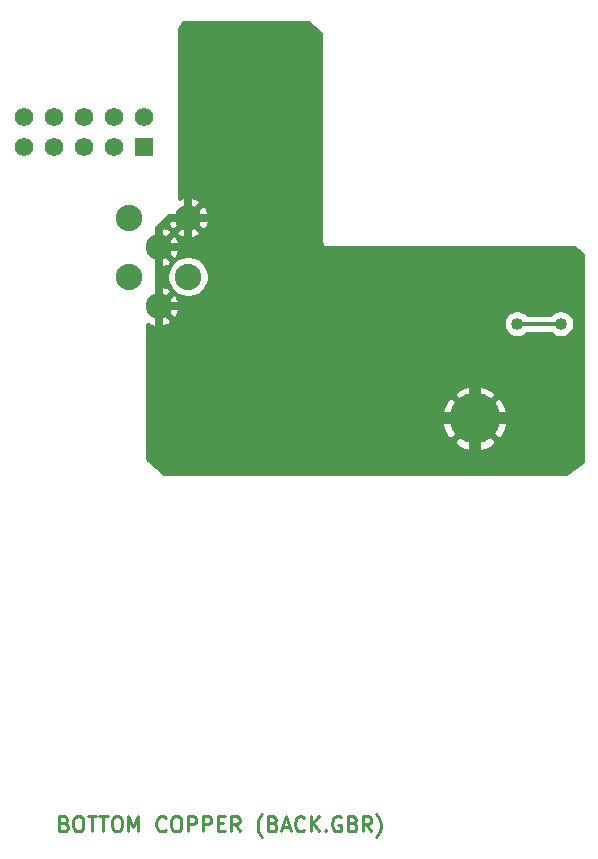
<source format=gbr>
G04 #@! TF.GenerationSoftware,KiCad,Pcbnew,(5.1.5)-3*
G04 #@! TF.CreationDate,2020-04-20T12:10:47-07:00*
G04 #@! TF.ProjectId,10096510 Battery Connection,31303039-3635-4313-9020-426174746572,rev?*
G04 #@! TF.SameCoordinates,PXb874050PY8789ff8*
G04 #@! TF.FileFunction,Copper,L2,Bot*
G04 #@! TF.FilePolarity,Positive*
%FSLAX46Y46*%
G04 Gerber Fmt 4.6, Leading zero omitted, Abs format (unit mm)*
G04 Created by KiCad (PCBNEW (5.1.5)-3) date 2020-04-20 12:10:47*
%MOMM*%
%LPD*%
G04 APERTURE LIST*
%ADD10C,0.254000*%
%ADD11C,4.292600*%
%ADD12C,1.574800*%
%ADD13R,1.574800X1.574800*%
%ADD14C,2.235200*%
%ADD15C,1.016000*%
%ADD16C,0.635000*%
%ADD17C,0.304800*%
%ADD18C,0.508000*%
%ADD19C,1.016000*%
G04 APERTURE END LIST*
D10*
X19940814Y-25309285D02*
X20122242Y-25369761D01*
X20182719Y-25430238D01*
X20243195Y-25551190D01*
X20243195Y-25732619D01*
X20182719Y-25853571D01*
X20122242Y-25914047D01*
X20001290Y-25974523D01*
X19517480Y-25974523D01*
X19517480Y-24704523D01*
X19940814Y-24704523D01*
X20061766Y-24765000D01*
X20122242Y-24825476D01*
X20182719Y-24946428D01*
X20182719Y-25067380D01*
X20122242Y-25188333D01*
X20061766Y-25248809D01*
X19940814Y-25309285D01*
X19517480Y-25309285D01*
X21029385Y-24704523D02*
X21271290Y-24704523D01*
X21392242Y-24765000D01*
X21513195Y-24885952D01*
X21573671Y-25127857D01*
X21573671Y-25551190D01*
X21513195Y-25793095D01*
X21392242Y-25914047D01*
X21271290Y-25974523D01*
X21029385Y-25974523D01*
X20908433Y-25914047D01*
X20787480Y-25793095D01*
X20727004Y-25551190D01*
X20727004Y-25127857D01*
X20787480Y-24885952D01*
X20908433Y-24765000D01*
X21029385Y-24704523D01*
X21936528Y-24704523D02*
X22662242Y-24704523D01*
X22299385Y-25974523D02*
X22299385Y-24704523D01*
X22904147Y-24704523D02*
X23629861Y-24704523D01*
X23267004Y-25974523D02*
X23267004Y-24704523D01*
X24295100Y-24704523D02*
X24537004Y-24704523D01*
X24657957Y-24765000D01*
X24778909Y-24885952D01*
X24839385Y-25127857D01*
X24839385Y-25551190D01*
X24778909Y-25793095D01*
X24657957Y-25914047D01*
X24537004Y-25974523D01*
X24295100Y-25974523D01*
X24174147Y-25914047D01*
X24053195Y-25793095D01*
X23992719Y-25551190D01*
X23992719Y-25127857D01*
X24053195Y-24885952D01*
X24174147Y-24765000D01*
X24295100Y-24704523D01*
X25383671Y-25974523D02*
X25383671Y-24704523D01*
X25807004Y-25611666D01*
X26230338Y-24704523D01*
X26230338Y-25974523D01*
X28528433Y-25853571D02*
X28467957Y-25914047D01*
X28286528Y-25974523D01*
X28165576Y-25974523D01*
X27984147Y-25914047D01*
X27863195Y-25793095D01*
X27802719Y-25672142D01*
X27742242Y-25430238D01*
X27742242Y-25248809D01*
X27802719Y-25006904D01*
X27863195Y-24885952D01*
X27984147Y-24765000D01*
X28165576Y-24704523D01*
X28286528Y-24704523D01*
X28467957Y-24765000D01*
X28528433Y-24825476D01*
X29314623Y-24704523D02*
X29556528Y-24704523D01*
X29677480Y-24765000D01*
X29798433Y-24885952D01*
X29858909Y-25127857D01*
X29858909Y-25551190D01*
X29798433Y-25793095D01*
X29677480Y-25914047D01*
X29556528Y-25974523D01*
X29314623Y-25974523D01*
X29193671Y-25914047D01*
X29072719Y-25793095D01*
X29012242Y-25551190D01*
X29012242Y-25127857D01*
X29072719Y-24885952D01*
X29193671Y-24765000D01*
X29314623Y-24704523D01*
X30403195Y-25974523D02*
X30403195Y-24704523D01*
X30887004Y-24704523D01*
X31007957Y-24765000D01*
X31068433Y-24825476D01*
X31128909Y-24946428D01*
X31128909Y-25127857D01*
X31068433Y-25248809D01*
X31007957Y-25309285D01*
X30887004Y-25369761D01*
X30403195Y-25369761D01*
X31673195Y-25974523D02*
X31673195Y-24704523D01*
X32157004Y-24704523D01*
X32277957Y-24765000D01*
X32338433Y-24825476D01*
X32398909Y-24946428D01*
X32398909Y-25127857D01*
X32338433Y-25248809D01*
X32277957Y-25309285D01*
X32157004Y-25369761D01*
X31673195Y-25369761D01*
X32943195Y-25309285D02*
X33366528Y-25309285D01*
X33547957Y-25974523D02*
X32943195Y-25974523D01*
X32943195Y-24704523D01*
X33547957Y-24704523D01*
X34817957Y-25974523D02*
X34394623Y-25369761D01*
X34092242Y-25974523D02*
X34092242Y-24704523D01*
X34576052Y-24704523D01*
X34697004Y-24765000D01*
X34757480Y-24825476D01*
X34817957Y-24946428D01*
X34817957Y-25127857D01*
X34757480Y-25248809D01*
X34697004Y-25309285D01*
X34576052Y-25369761D01*
X34092242Y-25369761D01*
X36692719Y-26458333D02*
X36632242Y-26397857D01*
X36511290Y-26216428D01*
X36450814Y-26095476D01*
X36390338Y-25914047D01*
X36329861Y-25611666D01*
X36329861Y-25369761D01*
X36390338Y-25067380D01*
X36450814Y-24885952D01*
X36511290Y-24765000D01*
X36632242Y-24583571D01*
X36692719Y-24523095D01*
X37599861Y-25309285D02*
X37781290Y-25369761D01*
X37841766Y-25430238D01*
X37902242Y-25551190D01*
X37902242Y-25732619D01*
X37841766Y-25853571D01*
X37781290Y-25914047D01*
X37660338Y-25974523D01*
X37176528Y-25974523D01*
X37176528Y-24704523D01*
X37599861Y-24704523D01*
X37720814Y-24765000D01*
X37781290Y-24825476D01*
X37841766Y-24946428D01*
X37841766Y-25067380D01*
X37781290Y-25188333D01*
X37720814Y-25248809D01*
X37599861Y-25309285D01*
X37176528Y-25309285D01*
X38386052Y-25611666D02*
X38990814Y-25611666D01*
X38265100Y-25974523D02*
X38688433Y-24704523D01*
X39111766Y-25974523D01*
X40260814Y-25853571D02*
X40200338Y-25914047D01*
X40018909Y-25974523D01*
X39897957Y-25974523D01*
X39716528Y-25914047D01*
X39595576Y-25793095D01*
X39535100Y-25672142D01*
X39474623Y-25430238D01*
X39474623Y-25248809D01*
X39535100Y-25006904D01*
X39595576Y-24885952D01*
X39716528Y-24765000D01*
X39897957Y-24704523D01*
X40018909Y-24704523D01*
X40200338Y-24765000D01*
X40260814Y-24825476D01*
X40805100Y-25974523D02*
X40805100Y-24704523D01*
X41530814Y-25974523D02*
X40986528Y-25248809D01*
X41530814Y-24704523D02*
X40805100Y-25430238D01*
X42075100Y-25853571D02*
X42135576Y-25914047D01*
X42075100Y-25974523D01*
X42014623Y-25914047D01*
X42075100Y-25853571D01*
X42075100Y-25974523D01*
X43345100Y-24765000D02*
X43224147Y-24704523D01*
X43042719Y-24704523D01*
X42861290Y-24765000D01*
X42740338Y-24885952D01*
X42679861Y-25006904D01*
X42619385Y-25248809D01*
X42619385Y-25430238D01*
X42679861Y-25672142D01*
X42740338Y-25793095D01*
X42861290Y-25914047D01*
X43042719Y-25974523D01*
X43163671Y-25974523D01*
X43345100Y-25914047D01*
X43405576Y-25853571D01*
X43405576Y-25430238D01*
X43163671Y-25430238D01*
X44373195Y-25309285D02*
X44554623Y-25369761D01*
X44615100Y-25430238D01*
X44675576Y-25551190D01*
X44675576Y-25732619D01*
X44615100Y-25853571D01*
X44554623Y-25914047D01*
X44433671Y-25974523D01*
X43949861Y-25974523D01*
X43949861Y-24704523D01*
X44373195Y-24704523D01*
X44494147Y-24765000D01*
X44554623Y-24825476D01*
X44615100Y-24946428D01*
X44615100Y-25067380D01*
X44554623Y-25188333D01*
X44494147Y-25248809D01*
X44373195Y-25309285D01*
X43949861Y-25309285D01*
X45945576Y-25974523D02*
X45522242Y-25369761D01*
X45219861Y-25974523D02*
X45219861Y-24704523D01*
X45703671Y-24704523D01*
X45824623Y-24765000D01*
X45885100Y-24825476D01*
X45945576Y-24946428D01*
X45945576Y-25127857D01*
X45885100Y-25248809D01*
X45824623Y-25309285D01*
X45703671Y-25369761D01*
X45219861Y-25369761D01*
X46368909Y-26458333D02*
X46429385Y-26397857D01*
X46550338Y-26216428D01*
X46610814Y-26095476D01*
X46671290Y-25914047D01*
X46731766Y-25611666D01*
X46731766Y-25369761D01*
X46671290Y-25067380D01*
X46610814Y-24885952D01*
X46550338Y-24765000D01*
X46429385Y-24583571D01*
X46368909Y-24523095D01*
D11*
X54711600Y8991600D03*
D12*
X16510000Y34493200D03*
X16510000Y31953200D03*
X19050000Y34493200D03*
X19050000Y31953200D03*
X21590000Y34493200D03*
X21590000Y31953200D03*
X24130000Y34493200D03*
X24130000Y31953200D03*
X26670000Y34493200D03*
D13*
X26670000Y31953200D03*
D14*
X27940000Y18495000D03*
X25440000Y20995000D03*
X30440000Y20995000D03*
X27940000Y23495000D03*
X25440000Y25995000D03*
X30440000Y25995000D03*
D15*
X35560000Y35560000D03*
X40640000Y35560000D03*
X40640000Y30480000D03*
X35560000Y30480000D03*
X35560000Y25400000D03*
X40640000Y25400000D03*
X60960000Y10160000D03*
X60960000Y5080000D03*
X55880000Y5080000D03*
X50800000Y5080000D03*
X50800000Y15240000D03*
X50800000Y10160000D03*
X45720000Y10160000D03*
X45720000Y15240000D03*
X45720000Y5080000D03*
X40640000Y5080000D03*
X40640000Y10160000D03*
X40640000Y15240000D03*
X35560000Y15240000D03*
X35560000Y10160000D03*
X35560000Y5080000D03*
X30480000Y5080000D03*
X30480000Y10160000D03*
X30480000Y30480000D03*
X40640000Y40640000D03*
X35560000Y40640000D03*
X58293000Y16992600D03*
X61976000Y16992600D03*
D16*
X27940000Y16814800D02*
X27940000Y18491200D01*
X27940000Y18491200D02*
X29616400Y18491200D01*
X27940000Y23495000D02*
X29616400Y23495000D01*
X30454600Y25984200D02*
X32131000Y25984200D01*
X30454600Y24307800D02*
X30454600Y25984200D01*
X30454600Y25984200D02*
X30454600Y27660600D01*
X54711600Y8991600D02*
X57429400Y8991600D01*
X54711600Y6273800D02*
X54711600Y8991600D01*
X51993800Y8991600D02*
X54711600Y8991600D01*
X27940000Y18491200D02*
X27940000Y23495000D01*
X54711600Y8991600D02*
X54711600Y11684000D01*
D17*
X54711600Y8991600D02*
X54711600Y11684000D01*
D16*
X27940000Y23495000D02*
X27940000Y25019000D01*
X27940000Y25019000D02*
X28930600Y25984200D01*
X28930600Y25984200D02*
X30454600Y25984200D01*
D18*
X57277000Y8991600D02*
X57531000Y8991600D01*
D19*
X54711600Y8991600D02*
X57277000Y8991600D01*
X51892200Y8991600D02*
X54711600Y8991600D01*
X54711600Y6172200D02*
X54711600Y8991600D01*
X54711600Y8991600D02*
X54711600Y11684000D01*
D18*
X54711600Y11684000D02*
X54711600Y11811000D01*
X27940000Y18491200D02*
X29718000Y18491200D01*
X27940000Y16713200D02*
X27940000Y18491200D01*
X27940000Y23495000D02*
X29718000Y23495000D01*
X30454600Y25984200D02*
X32232600Y25984200D01*
X30454600Y25984200D02*
X30454600Y27762200D01*
X30454600Y24206200D02*
X30454600Y25984200D01*
D17*
X58293000Y16992600D02*
X61976000Y16992600D01*
D10*
G36*
X41659800Y41604496D02*
G01*
X41659800Y24100000D01*
X41661577Y24078831D01*
X41746677Y23575431D01*
X41753213Y23551408D01*
X41764310Y23529121D01*
X41779542Y23509428D01*
X41798323Y23493085D01*
X41819931Y23480720D01*
X41843537Y23472808D01*
X41871900Y23469600D01*
X63148272Y23469600D01*
X63839800Y22877732D01*
X63839800Y5272315D01*
X62466064Y4290000D01*
X28385091Y4290000D01*
X27003800Y5518025D01*
X27003800Y7040023D01*
X52939628Y7040023D01*
X53173325Y6658281D01*
X53658090Y6403012D01*
X54183341Y6247222D01*
X54728893Y6196896D01*
X55273780Y6253969D01*
X55797063Y6416247D01*
X56249875Y6658281D01*
X56483572Y7040023D01*
X54711600Y8811995D01*
X52939628Y7040023D01*
X27003800Y7040023D01*
X27003800Y8974307D01*
X51916896Y8974307D01*
X51973969Y8429420D01*
X52136247Y7906137D01*
X52378281Y7453325D01*
X52760023Y7219628D01*
X54531995Y8991600D01*
X54891205Y8991600D01*
X56663177Y7219628D01*
X57044919Y7453325D01*
X57300188Y7938090D01*
X57455978Y8463341D01*
X57506304Y9008893D01*
X57449231Y9553780D01*
X57286953Y10077063D01*
X57044919Y10529875D01*
X56663177Y10763572D01*
X54891205Y8991600D01*
X54531995Y8991600D01*
X52760023Y10763572D01*
X52378281Y10529875D01*
X52123012Y10045110D01*
X51967222Y9519859D01*
X51916896Y8974307D01*
X27003800Y8974307D01*
X27003800Y10943177D01*
X52939628Y10943177D01*
X54711600Y9171205D01*
X56483572Y10943177D01*
X56249875Y11324919D01*
X55765110Y11580188D01*
X55239859Y11735978D01*
X54694307Y11786304D01*
X54149420Y11729231D01*
X53626137Y11566953D01*
X53173325Y11324919D01*
X52939628Y10943177D01*
X27003800Y10943177D01*
X27003800Y17015668D01*
X27010304Y16999317D01*
X27319961Y16846682D01*
X27653446Y16757390D01*
X27997942Y16734875D01*
X28340213Y16779999D01*
X28667103Y16891029D01*
X28869696Y16999317D01*
X28911803Y17105176D01*
X57150000Y17105176D01*
X57150000Y16880024D01*
X57193925Y16659199D01*
X57280087Y16451187D01*
X57405174Y16263980D01*
X57564380Y16104774D01*
X57751587Y15979687D01*
X57959599Y15893525D01*
X58180424Y15849600D01*
X58405576Y15849600D01*
X58626401Y15893525D01*
X58834413Y15979687D01*
X59021620Y16104774D01*
X59122046Y16205200D01*
X61146954Y16205200D01*
X61247380Y16104774D01*
X61434587Y15979687D01*
X61642599Y15893525D01*
X61863424Y15849600D01*
X62088576Y15849600D01*
X62309401Y15893525D01*
X62517413Y15979687D01*
X62704620Y16104774D01*
X62863826Y16263980D01*
X62988913Y16451187D01*
X63075075Y16659199D01*
X63119000Y16880024D01*
X63119000Y17105176D01*
X63075075Y17326001D01*
X62988913Y17534013D01*
X62863826Y17721220D01*
X62704620Y17880426D01*
X62517413Y18005513D01*
X62309401Y18091675D01*
X62088576Y18135600D01*
X61863424Y18135600D01*
X61642599Y18091675D01*
X61434587Y18005513D01*
X61247380Y17880426D01*
X61146954Y17780000D01*
X59122046Y17780000D01*
X59021620Y17880426D01*
X58834413Y18005513D01*
X58626401Y18091675D01*
X58405576Y18135600D01*
X58180424Y18135600D01*
X57959599Y18091675D01*
X57751587Y18005513D01*
X57564380Y17880426D01*
X57405174Y17721220D01*
X57280087Y17534013D01*
X57193925Y17326001D01*
X57150000Y17105176D01*
X28911803Y17105176D01*
X28979651Y17275744D01*
X27940000Y18315395D01*
X27925858Y18301252D01*
X27746253Y18480857D01*
X27760395Y18495000D01*
X28119605Y18495000D01*
X29159256Y17455349D01*
X29435683Y17565304D01*
X29588318Y17874961D01*
X29677610Y18208446D01*
X29700125Y18552942D01*
X29655001Y18895213D01*
X29543971Y19222103D01*
X29435683Y19424696D01*
X29159256Y19534651D01*
X28119605Y18495000D01*
X27760395Y18495000D01*
X27746253Y18509142D01*
X27925858Y18688747D01*
X27940000Y18674605D01*
X28979651Y19714256D01*
X28869696Y19990683D01*
X28560039Y20143318D01*
X28226554Y20232610D01*
X27882058Y20255125D01*
X27813000Y20246021D01*
X27813000Y21167616D01*
X28687400Y21167616D01*
X28687400Y20822384D01*
X28754752Y20483785D01*
X28886866Y20164833D01*
X29078667Y19877783D01*
X29322783Y19633667D01*
X29609833Y19441866D01*
X29928785Y19309752D01*
X30267384Y19242400D01*
X30612616Y19242400D01*
X30951215Y19309752D01*
X31270167Y19441866D01*
X31557217Y19633667D01*
X31801333Y19877783D01*
X31993134Y20164833D01*
X32125248Y20483785D01*
X32192600Y20822384D01*
X32192600Y21167616D01*
X32125248Y21506215D01*
X31993134Y21825167D01*
X31801333Y22112217D01*
X31557217Y22356333D01*
X31270167Y22548134D01*
X30951215Y22680248D01*
X30612616Y22747600D01*
X30267384Y22747600D01*
X29928785Y22680248D01*
X29609833Y22548134D01*
X29322783Y22356333D01*
X29078667Y22112217D01*
X28886866Y21825167D01*
X28754752Y21506215D01*
X28687400Y21167616D01*
X27813000Y21167616D01*
X27813000Y21746962D01*
X27997942Y21734875D01*
X28340213Y21779999D01*
X28667103Y21891029D01*
X28869696Y21999317D01*
X28979651Y22275744D01*
X27940000Y23315395D01*
X27925858Y23301252D01*
X27813000Y23414110D01*
X27813000Y23495000D01*
X28119605Y23495000D01*
X29159256Y22455349D01*
X29435683Y22565304D01*
X29588318Y22874961D01*
X29677610Y23208446D01*
X29700125Y23552942D01*
X29655001Y23895213D01*
X29543971Y24222103D01*
X29435683Y24424696D01*
X29159256Y24534651D01*
X28119605Y23495000D01*
X27813000Y23495000D01*
X27813000Y23575890D01*
X27925858Y23688747D01*
X27940000Y23674605D01*
X28979651Y24714256D01*
X28955193Y24775744D01*
X29400349Y24775744D01*
X29510304Y24499317D01*
X29819961Y24346682D01*
X30153446Y24257390D01*
X30497942Y24234875D01*
X30840213Y24279999D01*
X31167103Y24391029D01*
X31369696Y24499317D01*
X31479651Y24775744D01*
X30440000Y25815395D01*
X29400349Y24775744D01*
X28955193Y24775744D01*
X28869696Y24990683D01*
X28560039Y25143318D01*
X28468973Y25167701D01*
X28799877Y25374334D01*
X28836029Y25267897D01*
X28944317Y25065304D01*
X29220744Y24955349D01*
X30260395Y25995000D01*
X30619605Y25995000D01*
X31659256Y24955349D01*
X31935683Y25065304D01*
X32088318Y25374961D01*
X32177610Y25708446D01*
X32200125Y26052942D01*
X32155001Y26395213D01*
X32043971Y26722103D01*
X31935683Y26924696D01*
X31659256Y27034651D01*
X30619605Y25995000D01*
X30260395Y25995000D01*
X30246253Y26009142D01*
X30425858Y26188747D01*
X30440000Y26174605D01*
X31479651Y27214256D01*
X31369696Y27490683D01*
X31060039Y27643318D01*
X30726554Y27732610D01*
X30382058Y27755125D01*
X30039787Y27710001D01*
X29712897Y27598971D01*
X29633800Y27556693D01*
X29633800Y41953668D01*
X30038936Y42545000D01*
X40559905Y42545000D01*
X41659800Y41604496D01*
G37*
X41659800Y41604496D02*
X41659800Y24100000D01*
X41661577Y24078831D01*
X41746677Y23575431D01*
X41753213Y23551408D01*
X41764310Y23529121D01*
X41779542Y23509428D01*
X41798323Y23493085D01*
X41819931Y23480720D01*
X41843537Y23472808D01*
X41871900Y23469600D01*
X63148272Y23469600D01*
X63839800Y22877732D01*
X63839800Y5272315D01*
X62466064Y4290000D01*
X28385091Y4290000D01*
X27003800Y5518025D01*
X27003800Y7040023D01*
X52939628Y7040023D01*
X53173325Y6658281D01*
X53658090Y6403012D01*
X54183341Y6247222D01*
X54728893Y6196896D01*
X55273780Y6253969D01*
X55797063Y6416247D01*
X56249875Y6658281D01*
X56483572Y7040023D01*
X54711600Y8811995D01*
X52939628Y7040023D01*
X27003800Y7040023D01*
X27003800Y8974307D01*
X51916896Y8974307D01*
X51973969Y8429420D01*
X52136247Y7906137D01*
X52378281Y7453325D01*
X52760023Y7219628D01*
X54531995Y8991600D01*
X54891205Y8991600D01*
X56663177Y7219628D01*
X57044919Y7453325D01*
X57300188Y7938090D01*
X57455978Y8463341D01*
X57506304Y9008893D01*
X57449231Y9553780D01*
X57286953Y10077063D01*
X57044919Y10529875D01*
X56663177Y10763572D01*
X54891205Y8991600D01*
X54531995Y8991600D01*
X52760023Y10763572D01*
X52378281Y10529875D01*
X52123012Y10045110D01*
X51967222Y9519859D01*
X51916896Y8974307D01*
X27003800Y8974307D01*
X27003800Y10943177D01*
X52939628Y10943177D01*
X54711600Y9171205D01*
X56483572Y10943177D01*
X56249875Y11324919D01*
X55765110Y11580188D01*
X55239859Y11735978D01*
X54694307Y11786304D01*
X54149420Y11729231D01*
X53626137Y11566953D01*
X53173325Y11324919D01*
X52939628Y10943177D01*
X27003800Y10943177D01*
X27003800Y17015668D01*
X27010304Y16999317D01*
X27319961Y16846682D01*
X27653446Y16757390D01*
X27997942Y16734875D01*
X28340213Y16779999D01*
X28667103Y16891029D01*
X28869696Y16999317D01*
X28911803Y17105176D01*
X57150000Y17105176D01*
X57150000Y16880024D01*
X57193925Y16659199D01*
X57280087Y16451187D01*
X57405174Y16263980D01*
X57564380Y16104774D01*
X57751587Y15979687D01*
X57959599Y15893525D01*
X58180424Y15849600D01*
X58405576Y15849600D01*
X58626401Y15893525D01*
X58834413Y15979687D01*
X59021620Y16104774D01*
X59122046Y16205200D01*
X61146954Y16205200D01*
X61247380Y16104774D01*
X61434587Y15979687D01*
X61642599Y15893525D01*
X61863424Y15849600D01*
X62088576Y15849600D01*
X62309401Y15893525D01*
X62517413Y15979687D01*
X62704620Y16104774D01*
X62863826Y16263980D01*
X62988913Y16451187D01*
X63075075Y16659199D01*
X63119000Y16880024D01*
X63119000Y17105176D01*
X63075075Y17326001D01*
X62988913Y17534013D01*
X62863826Y17721220D01*
X62704620Y17880426D01*
X62517413Y18005513D01*
X62309401Y18091675D01*
X62088576Y18135600D01*
X61863424Y18135600D01*
X61642599Y18091675D01*
X61434587Y18005513D01*
X61247380Y17880426D01*
X61146954Y17780000D01*
X59122046Y17780000D01*
X59021620Y17880426D01*
X58834413Y18005513D01*
X58626401Y18091675D01*
X58405576Y18135600D01*
X58180424Y18135600D01*
X57959599Y18091675D01*
X57751587Y18005513D01*
X57564380Y17880426D01*
X57405174Y17721220D01*
X57280087Y17534013D01*
X57193925Y17326001D01*
X57150000Y17105176D01*
X28911803Y17105176D01*
X28979651Y17275744D01*
X27940000Y18315395D01*
X27925858Y18301252D01*
X27746253Y18480857D01*
X27760395Y18495000D01*
X28119605Y18495000D01*
X29159256Y17455349D01*
X29435683Y17565304D01*
X29588318Y17874961D01*
X29677610Y18208446D01*
X29700125Y18552942D01*
X29655001Y18895213D01*
X29543971Y19222103D01*
X29435683Y19424696D01*
X29159256Y19534651D01*
X28119605Y18495000D01*
X27760395Y18495000D01*
X27746253Y18509142D01*
X27925858Y18688747D01*
X27940000Y18674605D01*
X28979651Y19714256D01*
X28869696Y19990683D01*
X28560039Y20143318D01*
X28226554Y20232610D01*
X27882058Y20255125D01*
X27813000Y20246021D01*
X27813000Y21167616D01*
X28687400Y21167616D01*
X28687400Y20822384D01*
X28754752Y20483785D01*
X28886866Y20164833D01*
X29078667Y19877783D01*
X29322783Y19633667D01*
X29609833Y19441866D01*
X29928785Y19309752D01*
X30267384Y19242400D01*
X30612616Y19242400D01*
X30951215Y19309752D01*
X31270167Y19441866D01*
X31557217Y19633667D01*
X31801333Y19877783D01*
X31993134Y20164833D01*
X32125248Y20483785D01*
X32192600Y20822384D01*
X32192600Y21167616D01*
X32125248Y21506215D01*
X31993134Y21825167D01*
X31801333Y22112217D01*
X31557217Y22356333D01*
X31270167Y22548134D01*
X30951215Y22680248D01*
X30612616Y22747600D01*
X30267384Y22747600D01*
X29928785Y22680248D01*
X29609833Y22548134D01*
X29322783Y22356333D01*
X29078667Y22112217D01*
X28886866Y21825167D01*
X28754752Y21506215D01*
X28687400Y21167616D01*
X27813000Y21167616D01*
X27813000Y21746962D01*
X27997942Y21734875D01*
X28340213Y21779999D01*
X28667103Y21891029D01*
X28869696Y21999317D01*
X28979651Y22275744D01*
X27940000Y23315395D01*
X27925858Y23301252D01*
X27813000Y23414110D01*
X27813000Y23495000D01*
X28119605Y23495000D01*
X29159256Y22455349D01*
X29435683Y22565304D01*
X29588318Y22874961D01*
X29677610Y23208446D01*
X29700125Y23552942D01*
X29655001Y23895213D01*
X29543971Y24222103D01*
X29435683Y24424696D01*
X29159256Y24534651D01*
X28119605Y23495000D01*
X27813000Y23495000D01*
X27813000Y23575890D01*
X27925858Y23688747D01*
X27940000Y23674605D01*
X28979651Y24714256D01*
X28955193Y24775744D01*
X29400349Y24775744D01*
X29510304Y24499317D01*
X29819961Y24346682D01*
X30153446Y24257390D01*
X30497942Y24234875D01*
X30840213Y24279999D01*
X31167103Y24391029D01*
X31369696Y24499317D01*
X31479651Y24775744D01*
X30440000Y25815395D01*
X29400349Y24775744D01*
X28955193Y24775744D01*
X28869696Y24990683D01*
X28560039Y25143318D01*
X28468973Y25167701D01*
X28799877Y25374334D01*
X28836029Y25267897D01*
X28944317Y25065304D01*
X29220744Y24955349D01*
X30260395Y25995000D01*
X30619605Y25995000D01*
X31659256Y24955349D01*
X31935683Y25065304D01*
X32088318Y25374961D01*
X32177610Y25708446D01*
X32200125Y26052942D01*
X32155001Y26395213D01*
X32043971Y26722103D01*
X31935683Y26924696D01*
X31659256Y27034651D01*
X30619605Y25995000D01*
X30260395Y25995000D01*
X30246253Y26009142D01*
X30425858Y26188747D01*
X30440000Y26174605D01*
X31479651Y27214256D01*
X31369696Y27490683D01*
X31060039Y27643318D01*
X30726554Y27732610D01*
X30382058Y27755125D01*
X30039787Y27710001D01*
X29712897Y27598971D01*
X29633800Y27556693D01*
X29633800Y41953668D01*
X30038936Y42545000D01*
X40559905Y42545000D01*
X41659800Y41604496D01*
M02*

</source>
